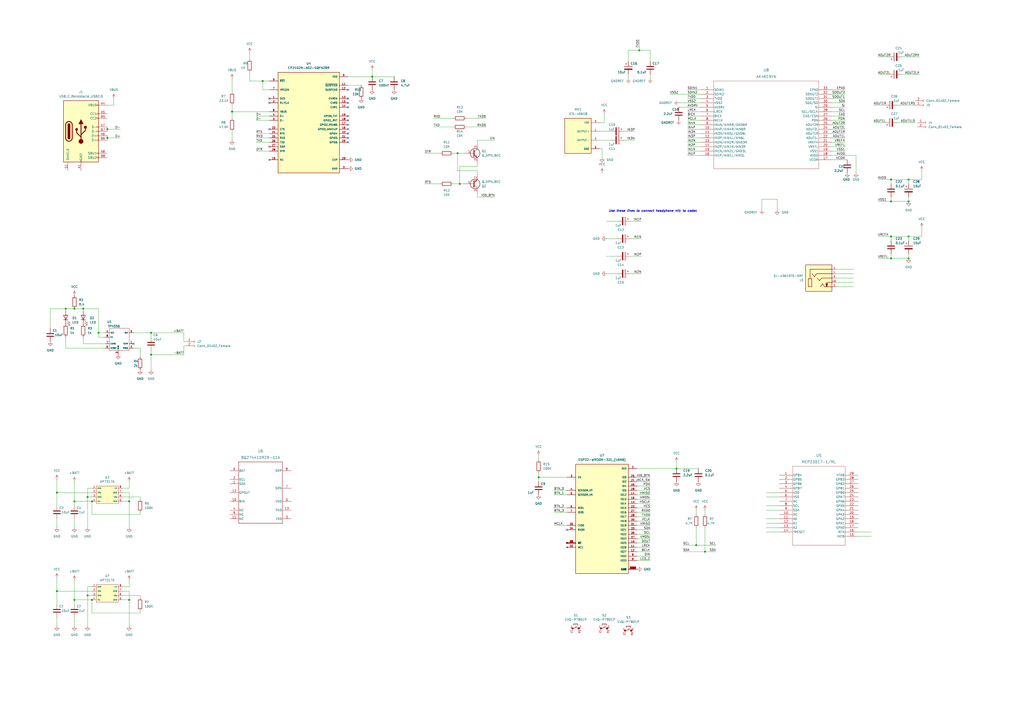
<source format=kicad_sch>
(kicad_sch (version 20211123) (generator eeschema)
  (paper "A2")
  (junction (at 43.18 290.83))
  (junction (at 53.34 347.98))
  (junction (at 57.15 193.04))
  (junction (at 392.43 271.78))
  (junction (at 408.94 320.04))
  (junction (at 266.7 106.68))
  (junction (at 527.05 104.14))
  (junction (at 33.02 342.9))
  (junction (at 33.02 285.75))
  (junction (at 87.63 205.74))
  (junction (at 527.05 137.16))
  (junction (at 370.84 29.21))
  (junction (at 215.9 44.45))
  (junction (at 265.43 88.9))
  (junction (at 403.86 316.23))
  (junction (at 74.93 347.98))
  (junction (at 53.34 290.83))
  (junction (at 516.89 116.84))
  (junction (at 527.05 116.84))
  (junction (at 38.1 179.07))
  (junction (at 516.89 104.14))
  (junction (at 62.23 74.93))
  (junction (at 516.89 149.86))
  (junction (at 43.18 347.98))
  (junction (at 527.05 149.86))
  (junction (at 152.4 46.99))
  (junction (at 50.8 345.44))
  (junction (at 43.18 179.07))
  (junction (at 312.42 276.86))
  (junction (at 134.62 64.77))
  (junction (at 48.26 179.07))
  (junction (at 62.23 80.01))
  (junction (at 516.89 137.16))
  (junction (at 74.93 290.83))
  (junction (at 87.63 193.04))
  (junction (at 50.8 288.29))
  (no_connect (at 328.93 307.34))
  (no_connect (at 77.47 199.39))
  (no_connect (at 201.93 52.07))
  (no_connect (at 201.93 80.01))
  (no_connect (at 201.93 74.93))
  (no_connect (at 201.93 72.39))
  (no_connect (at 201.93 69.85))
  (no_connect (at 201.93 77.47))
  (no_connect (at 201.93 67.31))
  (no_connect (at 201.93 57.15))
  (no_connect (at 201.93 62.23))
  (no_connect (at 201.93 59.69))
  (no_connect (at 201.93 82.55))
  (no_connect (at 156.21 85.09))
  (no_connect (at 156.21 57.15))
  (no_connect (at 156.21 59.69))
  (no_connect (at 156.21 74.93))
  (wire (pts (xy 506.73 60.96) (xy 513.08 60.96)))
  (wire (pts (xy 354.33 76.2) (xy 347.98 76.2)))
  (wire (pts (xy 266.7 96.52) (xy 266.7 106.68)))
  (wire (pts (xy 452.12 288.29) (xy 444.5 288.29)))
  (wire (pts (xy 48.26 195.58) (xy 48.26 199.39)))
  (wire (pts (xy 265.43 88.9) (xy 269.24 88.9)))
  (wire (pts (xy 43.18 290.83) (xy 53.34 290.83)))
  (wire (pts (xy 452.12 285.75) (xy 444.5 285.75)))
  (wire (pts (xy 50.8 288.29) (xy 53.34 288.29)))
  (wire (pts (xy 516.89 137.16) (xy 527.05 137.16)))
  (wire (pts (xy 452.12 306.07) (xy 444.5 306.07)))
  (wire (pts (xy 482.6 64.77) (xy 490.22 64.77)))
  (wire (pts (xy 57.15 193.04) (xy 60.96 193.04)))
  (wire (pts (xy 377.19 322.58) (xy 369.57 322.58)))
  (wire (pts (xy 276.86 99.06) (xy 265.43 99.06)))
  (wire (pts (xy 358.14 128.27) (xy 351.79 128.27)))
  (wire (pts (xy 358.14 138.43) (xy 351.79 138.43)))
  (wire (pts (xy 393.7 62.23) (xy 406.4 62.23)))
  (wire (pts (xy 482.6 52.07) (xy 490.22 52.07)))
  (wire (pts (xy 450.85 115.57) (xy 450.85 121.92)))
  (wire (pts (xy 377.19 314.96) (xy 369.57 314.96)))
  (wire (pts (xy 87.63 203.2) (xy 87.63 205.74)))
  (wire (pts (xy 369.57 302.26) (xy 377.19 302.26)))
  (wire (pts (xy 406.4 72.39) (xy 398.78 72.39)))
  (wire (pts (xy 396.24 316.23) (xy 403.86 316.23)))
  (wire (pts (xy 372.11 138.43) (xy 365.76 138.43)))
  (wire (pts (xy 516.89 149.86) (xy 527.05 149.86)))
  (wire (pts (xy 406.4 67.31) (xy 398.78 67.31)))
  (wire (pts (xy 482.6 87.63) (xy 490.22 87.63)))
  (wire (pts (xy 369.57 304.8) (xy 377.19 304.8)))
  (wire (pts (xy 50.8 288.29) (xy 50.8 306.07)))
  (wire (pts (xy 516.89 147.32) (xy 516.89 149.86)))
  (wire (pts (xy 527.05 137.16) (xy 527.05 139.7)))
  (wire (pts (xy 516.89 104.14) (xy 527.05 104.14)))
  (wire (pts (xy 509.27 33.02) (xy 515.62 33.02)))
  (wire (pts (xy 377.19 279.4) (xy 369.57 279.4)))
  (wire (pts (xy 33.02 278.13) (xy 33.02 285.75)))
  (wire (pts (xy 482.6 57.15) (xy 490.22 57.15)))
  (wire (pts (xy 312.42 276.86) (xy 312.42 279.4)))
  (wire (pts (xy 43.18 336.55) (xy 43.18 347.98)))
  (wire (pts (xy 393.7 59.69) (xy 406.4 59.69)))
  (wire (pts (xy 62.23 60.96) (xy 66.04 60.96)))
  (wire (pts (xy 276.86 83.82) (xy 276.86 81.28)))
  (wire (pts (xy 106.68 200.66) (xy 107.95 200.66)))
  (wire (pts (xy 527.05 116.84) (xy 527.05 114.3)))
  (wire (pts (xy 377.19 307.34) (xy 369.57 307.34)))
  (wire (pts (xy 62.23 73.66) (xy 62.23 74.93)))
  (wire (pts (xy 156.21 69.85) (xy 148.59 69.85)))
  (wire (pts (xy 43.18 363.22) (xy 43.18 358.14)))
  (wire (pts (xy 38.1 201.93) (xy 60.96 201.93)))
  (wire (pts (xy 441.96 121.92) (xy 441.96 115.57)))
  (wire (pts (xy 50.8 340.36) (xy 50.8 345.44)))
  (wire (pts (xy 77.47 201.93) (xy 81.28 201.93)))
  (wire (pts (xy 523.24 43.18) (xy 533.4 43.18)))
  (wire (pts (xy 134.62 76.2) (xy 134.62 81.28)))
  (wire (pts (xy 43.18 350.52) (xy 43.18 347.98)))
  (wire (pts (xy 33.02 342.9) (xy 53.34 342.9)))
  (wire (pts (xy 71.12 285.75) (xy 74.93 285.75)))
  (wire (pts (xy 441.96 115.57) (xy 450.85 115.57)))
  (wire (pts (xy 81.28 298.45) (xy 53.34 298.45)))
  (wire (pts (xy 516.89 104.14) (xy 516.89 106.68)))
  (wire (pts (xy 482.6 90.17) (xy 496.57 90.17)))
  (wire (pts (xy 60.96 195.58) (xy 57.15 195.58)))
  (wire (pts (xy 408.94 295.91) (xy 408.94 298.45)))
  (wire (pts (xy 53.34 355.6) (xy 53.34 347.98)))
  (wire (pts (xy 388.62 54.61) (xy 406.4 54.61)))
  (wire (pts (xy 53.34 340.36) (xy 50.8 340.36)))
  (wire (pts (xy 62.23 78.74) (xy 62.23 80.01)))
  (wire (pts (xy 485.14 158.75) (xy 495.3 158.75)))
  (wire (pts (xy 534.67 137.16) (xy 534.67 132.08)))
  (wire (pts (xy 527.05 104.14) (xy 534.67 104.14)))
  (wire (pts (xy 369.57 320.04) (xy 377.19 320.04)))
  (wire (pts (xy 66.04 60.96) (xy 66.04 57.15)))
  (wire (pts (xy 33.02 335.28) (xy 33.02 342.9)))
  (wire (pts (xy 33.02 306.07) (xy 33.02 300.99)))
  (wire (pts (xy 509.27 149.86) (xy 516.89 149.86)))
  (wire (pts (xy 406.4 82.55) (xy 398.78 82.55)))
  (wire (pts (xy 62.23 74.93) (xy 62.23 76.2)))
  (wire (pts (xy 270.51 73.66) (xy 281.94 73.66)))
  (wire (pts (xy 50.8 283.21) (xy 50.8 288.29)))
  (wire (pts (xy 50.8 345.44) (xy 53.34 345.44)))
  (wire (pts (xy 482.6 85.09) (xy 490.22 85.09)))
  (wire (pts (xy 43.18 306.07) (xy 43.18 300.99)))
  (wire (pts (xy 134.62 64.77) (xy 156.21 64.77)))
  (wire (pts (xy 482.6 69.85) (xy 490.22 69.85)))
  (wire (pts (xy 81.28 354.33) (xy 81.28 355.6)))
  (wire (pts (xy 482.6 92.71) (xy 491.49 92.71)))
  (wire (pts (xy 71.12 283.21) (xy 74.93 283.21)))
  (wire (pts (xy 369.57 287.02) (xy 377.19 287.02)))
  (wire (pts (xy 408.94 320.04) (xy 415.29 320.04)))
  (wire (pts (xy 369.57 284.48) (xy 377.19 284.48)))
  (wire (pts (xy 328.93 287.02) (xy 321.31 287.02)))
  (wire (pts (xy 452.12 293.37) (xy 444.5 293.37)))
  (wire (pts (xy 71.12 347.98) (xy 74.93 347.98)))
  (wire (pts (xy 406.4 85.09) (xy 398.78 85.09)))
  (wire (pts (xy 156.21 67.31) (xy 148.59 67.31)))
  (wire (pts (xy 53.34 283.21) (xy 50.8 283.21)))
  (wire (pts (xy 377.19 35.56) (xy 377.19 29.21)))
  (wire (pts (xy 134.62 64.77) (xy 134.62 68.58)))
  (wire (pts (xy 377.19 29.21) (xy 370.84 29.21)))
  (wire (pts (xy 506.73 71.12) (xy 513.08 71.12)))
  (wire (pts (xy 152.4 46.99) (xy 144.78 46.99)))
  (wire (pts (xy 106.68 205.74) (xy 106.68 200.66)))
  (wire (pts (xy 33.02 285.75) (xy 53.34 285.75)))
  (wire (pts (xy 201.93 44.45) (xy 215.9 44.45)))
  (wire (pts (xy 276.86 81.28) (xy 287.02 81.28)))
  (wire (pts (xy 74.93 290.83) (xy 74.93 306.07)))
  (wire (pts (xy 372.11 148.59) (xy 365.76 148.59)))
  (wire (pts (xy 392.43 271.78) (xy 405.13 271.78)))
  (wire (pts (xy 38.1 179.07) (xy 38.1 180.34)))
  (wire (pts (xy 377.19 325.12) (xy 369.57 325.12)))
  (wire (pts (xy 377.19 276.86) (xy 369.57 276.86)))
  (wire (pts (xy 71.12 340.36) (xy 74.93 340.36)))
  (wire (pts (xy 262.89 106.68) (xy 266.7 106.68)))
  (wire (pts (xy 452.12 295.91) (xy 444.5 295.91)))
  (wire (pts (xy 369.57 297.18) (xy 377.19 297.18)))
  (wire (pts (xy 251.46 68.58) (xy 262.89 68.58)))
  (wire (pts (xy 251.46 73.66) (xy 262.89 73.66)))
  (wire (pts (xy 43.18 347.98) (xy 53.34 347.98)))
  (wire (pts (xy 370.84 29.21) (xy 364.49 29.21)))
  (wire (pts (xy 369.57 271.78) (xy 392.43 271.78)))
  (wire (pts (xy 81.28 288.29) (xy 71.12 288.29)))
  (wire (pts (xy 358.14 148.59) (xy 351.79 148.59)))
  (wire (pts (xy 482.6 72.39) (xy 490.22 72.39)))
  (wire (pts (xy 354.33 81.28) (xy 347.98 81.28)))
  (wire (pts (xy 71.12 342.9) (xy 74.93 342.9)))
  (wire (pts (xy 69.85 80.01) (xy 62.23 80.01)))
  (wire (pts (xy 87.63 205.74) (xy 87.63 214.63)))
  (wire (pts (xy 349.25 86.36) (xy 349.25 91.44)))
  (wire (pts (xy 69.85 74.93) (xy 62.23 74.93)))
  (wire (pts (xy 276.86 114.3) (xy 287.02 114.3)))
  (wire (pts (xy 33.02 342.9) (xy 33.02 350.52)))
  (wire (pts (xy 403.86 316.23) (xy 415.29 316.23)))
  (wire (pts (xy 505.46 308.61) (xy 497.84 308.61)))
  (wire (pts (xy 81.28 297.18) (xy 81.28 298.45)))
  (wire (pts (xy 377.19 317.5) (xy 369.57 317.5)))
  (wire (pts (xy 509.27 137.16) (xy 516.89 137.16)))
  (wire (pts (xy 369.57 312.42) (xy 377.19 312.42)))
  (wire (pts (xy 87.63 205.74) (xy 106.68 205.74)))
  (wire (pts (xy 81.28 346.71) (xy 81.28 345.44)))
  (wire (pts (xy 482.6 62.23) (xy 490.22 62.23)))
  (wire (pts (xy 350.52 71.12) (xy 350.52 66.04)))
  (wire (pts (xy 482.6 74.93) (xy 490.22 74.93)))
  (wire (pts (xy 276.86 96.52) (xy 266.7 96.52)))
  (wire (pts (xy 485.14 163.83) (xy 495.3 163.83)))
  (wire (pts (xy 377.19 281.94) (xy 369.57 281.94)))
  (wire (pts (xy 527.05 104.14) (xy 527.05 106.68)))
  (wire (pts (xy 156.21 46.99) (xy 152.4 46.99)))
  (wire (pts (xy 516.89 114.3) (xy 516.89 116.84)))
  (wire (pts (xy 74.93 340.36) (xy 74.93 336.55)))
  (wire (pts (xy 505.46 311.15) (xy 497.84 311.15)))
  (wire (pts (xy 328.93 294.64) (xy 321.31 294.64)))
  (wire (pts (xy 485.14 156.21) (xy 495.3 156.21)))
  (wire (pts (xy 482.6 54.61) (xy 490.22 54.61)))
  (wire (pts (xy 482.6 59.69) (xy 490.22 59.69)))
  (wire (pts (xy 156.21 80.01) (xy 148.59 80.01)))
  (wire (pts (xy 156.21 77.47) (xy 148.59 77.47)))
  (wire (pts (xy 406.4 69.85) (xy 398.78 69.85)))
  (wire (pts (xy 48.26 199.39) (xy 60.96 199.39)))
  (wire (pts (xy 516.89 137.16) (xy 516.89 139.7)))
  (wire (pts (xy 392.43 267.97) (xy 392.43 271.78)))
  (wire (pts (xy 369.57 294.64) (xy 377.19 294.64)))
  (wire (pts (xy 396.24 320.04) (xy 408.94 320.04)))
  (wire (pts (xy 408.94 306.07) (xy 408.94 320.04)))
  (wire (pts (xy 270.51 68.58) (xy 281.94 68.58)))
  (wire (pts (xy 516.89 116.84) (xy 527.05 116.84)))
  (wire (pts (xy 38.1 179.07) (xy 29.21 179.07)))
  (wire (pts (xy 48.26 179.07) (xy 43.18 179.07)))
  (wire (pts (xy 81.28 201.93) (xy 81.28 207.01)))
  (wire (pts (xy 48.26 179.07) (xy 48.26 180.34)))
  (wire (pts (xy 265.43 99.06) (xy 265.43 88.9)))
  (wire (pts (xy 358.14 158.75) (xy 351.79 158.75)))
  (wire (pts (xy 312.42 276.86) (xy 328.93 276.86)))
  (wire (pts (xy 144.78 41.91) (xy 144.78 46.99)))
  (wire (pts (xy 48.26 179.07) (xy 57.15 179.07)))
  (wire (pts (xy 106.68 193.04) (xy 106.68 198.12)))
  (wire (pts (xy 452.12 303.53) (xy 444.5 303.53)))
  (wire (pts (xy 377.19 309.88) (xy 369.57 309.88)))
  (wire (pts (xy 81.28 345.44) (xy 71.12 345.44)))
  (wire (pts (xy 527.05 137.16) (xy 534.67 137.16)))
  (wire (pts (xy 509.27 104.14) (xy 516.89 104.14)))
  (wire (pts (xy 246.38 88.9) (xy 255.27 88.9)))
  (wire (pts (xy 406.4 57.15) (xy 398.78 57.15)))
  (wire (pts (xy 156.21 52.07) (xy 152.4 52.07)))
  (wire (pts (xy 215.9 44.45) (xy 228.6 44.45)))
  (wire (pts (xy 368.3 76.2) (xy 361.95 76.2)))
  (wire (pts (xy 406.4 74.93) (xy 398.78 74.93)))
  (wire (pts (xy 209.55 49.53) (xy 201.93 49.53)))
  (wire (pts (xy 372.11 128.27) (xy 365.76 128.27)))
  (wire (pts (xy 62.23 80.01) (xy 62.23 81.28)))
  (wire (pts (xy 276.86 93.98) (xy 276.86 96.52)))
  (wire (pts (xy 368.3 81.28) (xy 361.95 81.28)))
  (wire (pts (xy 328.93 304.8) (xy 321.31 304.8)))
  (wire (pts (xy 406.4 77.47) (xy 398.78 77.47)))
  (wire (pts (xy 276.86 101.6) (xy 276.86 99.06)))
  (wire (pts (xy 33.02 363.22) (xy 33.02 358.14)))
  (wire (pts (xy 246.38 106.68) (xy 255.27 106.68)))
  (wire (pts (xy 406.4 80.01) (xy 398.78 80.01)))
  (wire (pts (xy 57.15 193.04) (xy 57.15 179.07)))
  (wire (pts (xy 77.47 193.04) (xy 87.63 193.04)))
  (wire (pts (xy 369.57 292.1) (xy 377.19 292.1)))
  (wire (pts (xy 406.4 64.77) (xy 398.78 64.77)))
  (wire (pts (xy 527.05 149.86) (xy 527.05 147.32)))
  (wire (pts (xy 74.93 347.98) (xy 74.93 363.22)))
  (wire (pts (xy 74.93 285.75) (xy 74.93 290.83)))
  (wire (pts (xy 372.11 158.75) (xy 365.76 158.75)))
  (wire (pts (xy 370.84 22.86) (xy 370.84 29.21)))
  (wire (pts (xy 452.12 308.61) (xy 444.5 308.61)))
  (wire (pts (xy 74.93 342.9) (xy 74.93 347.98)))
  (wire (pts (xy 50.8 345.44) (xy 50.8 363.22)))
  (wire (pts (xy 520.7 60.96) (xy 530.86 60.96)))
  (wire (pts (xy 406.4 87.63) (xy 398.78 87.63)))
  (wire (pts (xy 482.6 67.31) (xy 490.22 67.31)))
  (wire (pts (xy 534.67 104.14) (xy 534.67 99.06)))
  (wire (pts (xy 71.12 290.83) (xy 74.93 290.83)))
  (wire (pts (xy 144.78 34.29) (xy 144.78 30.48)))
  (wire (pts (xy 33.02 285.75) (xy 33.02 293.37)))
  (wire (pts (xy 482.6 77.47) (xy 490.22 77.47)))
  (wire (pts (xy 377.19 43.18) (xy 377.19 45.72)))
  (wire (pts (xy 509.27 116.84) (xy 516.89 116.84)))
  (wire (pts (xy 496.57 90.17) (xy 496.57 100.33)))
  (wire (pts (xy 74.93 283.21) (xy 74.93 279.4)))
  (wire (pts (xy 87.63 193.04) (xy 106.68 193.04)))
  (wire (pts (xy 347.98 71.12) (xy 350.52 71.12)))
  (wire (pts (xy 452.12 300.99) (xy 444.5 300.99)))
  (wire (pts (xy 485.14 161.29) (xy 495.3 161.29)))
  (wire (pts (xy 38.1 195.58) (xy 38.1 201.93)))
  (wire (pts (xy 369.57 289.56) (xy 377.19 289.56)))
  (wire (pts (xy 57.15 195.58) (xy 57.15 193.04)))
  (wire (pts (xy 215.9 40.64) (xy 215.9 44.45)))
  (wire (pts (xy 364.49 29.21) (xy 364.49 35.56)))
  (wire (pts (xy 364.49 43.18) (xy 364.49 45.72)))
  (wire (pts (xy 406.4 52.07) (xy 398.78 52.07)))
  (wire (pts (xy 509.27 43.18) (xy 515.62 43.18)))
  (wire (pts (xy 482.6 80.01) (xy 490.22 80.01)))
  (wire (pts (xy 266.7 106.68) (xy 269.24 106.68)))
  (wire (pts (xy 156.21 87.63) (xy 148.59 87.63)))
  (wire (pts (xy 152.4 46.99) (xy 152.4 52.07)))
  (wire (pts (xy 347.98 86.36) (xy 349.25 86.36)))
  (wire (pts (xy 328.93 284.48) (xy 321.31 284.48)))
  (wire (pts (xy 520.7 71.12) (xy 530.86 71.12)))
  (wire (pts (xy 312.42 266.7) (xy 312.42 264.16)))
  (wire (pts (xy 262.89 88.9) (xy 265.43 88.9)))
  (wire (pts (xy 29.21 179.07) (xy 29.21 190.5)))
  (wire (pts (xy 43.18 179.07) (xy 38.1 179.07)))
  (wire (pts (xy 328.93 297.18) (xy 321.31 297.18)))
  (wire (pts (xy 276.86 111.76) (xy 276.86 114.3)))
  (wire (pts (xy 81.28 289.56) (xy 81.28 288.29)))
  (wire (pts (xy 53.34 298.45) (xy 53.34 290.83)))
  (wire (pts (xy 485.14 166.37) (xy 495.3 166.37)))
  (wire (pts (xy 87.63 193.04) (xy 87.63 195.58)))
  (wire (pts (xy 106.68 198.12) (xy 107.95 198.12)))
  (wire (pts (xy 406.4 90.17) (xy 398.78 90.17)))
  (wire (pts (xy 523.24 33.02) (xy 533.4 33.02)))
  (wire (pts (xy 43.18 279.4) (xy 43.18 290.83)))
  (wire (pts (xy 312.42 274.32) (xy 312.42 276.86)))
  (wire (pts (xy 134.62 60.96) (xy 134.62 64.77)))
  (wire (pts (xy 403.86 306.07) (xy 403.86 316.23)))
  (wire (pts (xy 43.18 293.37) (xy 43.18 290.83)))
  (wire (pts (xy 156.21 82.55) (xy 148.59 82.55)))
  (wire (pts (xy 403.86 295.91) (xy 403.86 298.45)))
  (wire (pts (xy 81.28 355.6) (xy 53.34 355.6)))
  (wire (pts (xy 482.6 82.55) (xy 490.22 82.55)))
  (wire (pts (xy 369.57 299.72) (xy 377.19 299.72)))
  (wire (pts (xy 134.62 45.72) (xy 134.62 53.34)))
  (text "Use these lines to connect headphone mic to codec" (at 353.06 123.19 0) (effects (font (size 1.27 1.27) (thickness 0.254) bold italic) (justify left bottom)))
  (label "AOUT1L" (at 490.22 80.01 180))
  (label "AOUT2L" (at 490.22 74.93 180))
  (label "VREFL" (at 509.27 149.86 0))
  (label "VREFH" (at 509.27 137.16 0))
  (label "BTN_0" (at 321.31 284.48 0))
  (label "IN2P" (at 398.78 85.09 0))
  (label "IN4N" (at 398.78 72.39 0))
  (label "VSS1" (at 509.27 116.84 0))
  (label "LRCK" (at 377.19 317.5 180))
  (label "SDOUT1" (at 490.22 57.15 180))
  (label "VCLK" (at 377.19 302.26 180))
  (label "IN1P" (at 398.78 90.17 0))
  (label "RXD0" (at 377.19 297.18 180))
  (label "IO0_BTN" (at 377.19 276.86 180))
  (label "SDIN2" (at 398.78 54.61 0))
  (label "AOUT2RH" (at 533.4 33.02 180))
  (label "LRCK" (at 398.78 64.77 0))
  (label "SDA" (at 415.29 320.04 180))
  (label "IN3N" (at 368.3 81.28 180))
  (label "SI" (at 490.22 62.23 180))
  (label "SDA" (at 490.22 59.69 180))
  (label "VREFL" (at 490.22 85.09 180))
  (label "IO0_BTN" (at 287.02 114.3 180))
  (label "RTS" (at 148.59 77.47 0))
  (label "TVDD" (at 370.84 22.86 270))
  (label "EPAD" (at 490.22 52.07 180))
  (label "AOUT1LS" (at 530.86 71.12 180))
  (label "SDIN1" (at 398.78 52.07 0))
  (label "PDN" (at 490.22 69.85 180))
  (label "AOUT1R" (at 506.73 60.96 0))
  (label "AOUT2L" (at 509.27 43.18 0))
  (label "IN2N" (at 398.78 82.55 0))
  (label "AOUT2R" (at 509.27 33.02 0))
  (label "EN" (at 287.02 81.28 180))
  (label "BTN_3" (at 321.31 297.18 0))
  (label "IN4P" (at 398.78 74.93 0))
  (label "TXD" (at 148.59 82.55 0))
  (label "SCL" (at 490.22 64.77 180))
  (label "RXD" (at 148.59 80.01 0))
  (label "IN3N" (at 398.78 77.47 0))
  (label "AOUT1RS" (at 530.86 60.96 180))
  (label "IN1N" (at 372.11 138.43 180))
  (label "SDA" (at 377.19 307.34 180))
  (label "IN3P" (at 368.3 76.2 180))
  (label "MCLK" (at 398.78 69.85 0))
  (label "AVDRV" (at 398.78 62.23 0))
  (label "IN2P" (at 372.11 148.59 180))
  (label "HMISO" (at 377.19 287.02 180))
  (label "VMISO" (at 377.19 304.8 180))
  (label "AOUT1L" (at 506.73 71.12 0))
  (label "AOUT2R" (at 490.22 72.39 180))
  (label "D+" (at 69.85 80.01 180))
  (label "HSCLK" (at 377.19 292.1 180))
  (label "AVDD" (at 509.27 104.14 0))
  (label "SCL" (at 377.19 309.88 180))
  (label "AOUT2LH" (at 533.4 43.18 180))
  (label "+BATT" (at 106.68 193.04 180))
  (label "VCS" (at 377.19 284.48 180))
  (label "IN1N" (at 398.78 87.63 0))
  (label "RXD" (at 251.46 68.58 0))
  (label "JACK_SW" (at 377.19 279.4 180))
  (label "TVDD" (at 398.78 57.15 0))
  (label "BCLK" (at 377.19 320.04 180))
  (label "RTS" (at 246.38 106.68 0))
  (label "MCLK" (at 321.31 304.8 0))
  (label "HMOSI" (at 377.19 289.56 180))
  (label "VMOSI" (at 377.19 312.42 180))
  (label "DTR" (at 246.38 88.9 0))
  (label "DIN" (at 377.19 322.58 180))
  (label "TXD0" (at 377.19 299.72 180))
  (label "VSS1" (at 490.22 87.63 180))
  (label "BTN_2" (at 321.31 294.64 0))
  (label "D-" (at 148.59 69.85 0))
  (label "TXD" (at 251.46 73.66 0))
  (label "RXD0" (at 281.94 73.66 180))
  (label "IN2N" (at 372.11 158.75 180))
  (label "D+" (at 148.59 67.31 0))
  (label "AVDD" (at 490.22 90.17 180))
  (label "LED_C" (at 377.19 325.12 180))
  (label "SCL" (at 396.24 316.23 0))
  (label "CAD" (at 490.22 67.31 180))
  (label "D-" (at 69.85 74.93 180))
  (label "VSS2" (at 398.78 59.69 0))
  (label "BICK" (at 398.78 67.31 0))
  (label "VCOM" (at 490.22 92.71 180))
  (label "VSS2" (at 388.62 54.61 0))
  (label "VREFH" (at 490.22 82.55 180))
  (label "DTR" (at 148.59 87.63 0))
  (label "IN3P" (at 398.78 80.01 0))
  (label "AOUT1R" (at 490.22 77.47 180))
  (label "IN1P" (at 372.11 128.27 180))
  (label "SDA" (at 396.24 320.04 0))
  (label "PDN" (at 377.19 281.94 180))
  (label "-BATT" (at 106.68 205.74 180))
  (label "TXD0" (at 281.94 68.58 180))
  (label "DOUT" (at 377.19 314.96 180))
  (label "SCL" (at 415.29 316.23 180))
  (label "HCS" (at 377.19 294.64 180))
  (label "SDOUT2" (at 490.22 54.61 180))
  (label "BTN_1" (at 321.31 287.02 0))
  (symbol (lib_id "power:GND") (at 369.57 330.2 90) (unit 1)
    (property "Reference" "#PWR041" (effects hide))
    (property "Value" "GND" (at 373.38 330.1999 90) (effects (justify right)))
  )
  (symbol (lib_id "power:VCC") (at 33.02 335.28 0) (unit 1)
    (property "Reference" "#PWR?" (effects hide))
    (property "Value" "VCC" (at 33.02 330.2 0))
  )
  (symbol (lib_id "power:GND") (at 349.25 91.44 0) (unit 1)
    (property "Reference" "#PWR032" (effects hide))
    (property "Value" "GND" (at 351.79 92.7099 0) (effects (justify left)))
  )
  (symbol (lib_id "Device:C") (at 215.9 48.26 180) (unit 1)
    (property "Reference" "C7" (at 219.71 46.99 0) (effects (justify right)))
    (property "Value" "100nF" (at 219.71 49.53 0) (effects (justify right)))
    (property "Footprint" "Capacitor_SMD:C_0805_2012Metric" (effects hide))
  )
  (symbol (lib_id "Device:C_Polarized") (at 527.05 143.51 0) (unit 1)
    (property "Reference" "C29" (at 529.59 138.43 0) (effects (justify left)))
    (property "Value" "10uF" (at 529.59 140.97 0) (effects (justify left)))
    (property "Footprint" "Capacitor_SMD:C_0805_2012Metric" (effects hide))
  )
  (symbol (lib_id "Device:R") (at 408.94 302.26 0) (unit 1)
    (property "Reference" "R?" (at 411.48 300.99 0) (effects (justify left)))
    (property "Value" "4.7K" (at 410.21 303.53 0) (effects (justify left)))
    (property "Footprint" "Resistor_SMD:R_0805_2012Metric" (effects hide))
  )
  (symbol (lib_id "Connector:Conn_01x02_Female") (at 537.21 71.12 0) (unit 1)
    (property "Reference" "J4" (at 538.48 71.1199 0) (effects (justify left)))
    (property "Value" "Conn_01x02_Female" (at 538.48 73.6599 0) (effects (justify left)))
  )
  (symbol (lib_id "Device:R") (at 81.28 293.37 0) (unit 1)
    (property "Reference" "R5" (at 83.82 292.0999 0) (effects (justify left)))
    (property "Value" "100K" (at 83.82 294.6399 0) (effects (justify left)))
    (property "Footprint" "Resistor_SMD:R_0805_2012Metric" (effects hide))
  )
  (symbol (lib_id "Device:R") (at 259.08 106.68 90) (unit 1)
    (property "Reference" "R12" (at 259.08 110.49 90))
    (property "Value" "10K" (at 259.08 113.03 90))
    (property "Footprint" "Resistor_SMD:R_0805_2012Metric" (effects hide))
  )
  (symbol (lib_id "Device:C") (at 491.49 96.52 180) (unit 1)
    (property "Reference" "C21" (at 486.41 96.52 0) (effects (justify right)))
    (property "Value" "2.2uF" (at 483.87 99.06 0) (effects (justify right)))
    (property "Footprint" "Capacitor_SMD:C_0805_2012Metric" (effects hide))
  )
  (symbol (lib_id "Device:C") (at 33.02 297.18 180) (unit 1)
    (property "Reference" "C2" (at 34.29 294.64 0) (effects (justify right)))
    (property "Value" "10uF" (at 35.56 297.18 0) (effects (justify right)))
    (property "Footprint" "Capacitor_Tantalum_SMD:CP_EIA-2012-15_AVX-P" (effects hide))
  )
  (symbol (lib_id "AP7217A:AP7217A") (at 59.69 289.56 0) (unit 1)
    (property "Reference" "U2" (at 62.23 276.86 0))
    (property "Value" "AP7217A" (at 62.23 279.4 0))
    (property "Footprint" "AP7217A:SOIC127P600X175-8N" (effects hide))
  )
  (symbol (lib_id "Device:LED") (at 48.26 184.15 90) (unit 1)
    (property "Reference" "D2" (at 52.07 184.4674 90) (effects (justify right)))
    (property "Value" "LED" (at 52.07 187.0074 90) (effects (justify right)))
  )
  (symbol (lib_id "power:VCC") (at 392.43 267.97 0) (unit 1)
    (property "Reference" "#PWR042" (effects hide))
    (property "Value" "VCC" (at 392.43 262.89 0))
  )
  (symbol (lib_id "power:GND") (at 209.55 57.15 0) (unit 1)
    (property "Reference" "#PWR026" (effects hide))
    (property "Value" "GND" (at 209.55 62.23 0))
  )
  (symbol (lib_id "power:VCC") (at 312.42 264.16 0) (unit 1)
    (property "Reference" "#PWR030" (effects hide))
    (property "Value" "VCC" (at 312.42 259.08 0))
  )
  (symbol (lib_id "Device:C") (at 43.18 297.18 180) (unit 1)
    (property "Reference" "C4" (at 44.45 294.64 0) (effects (justify right)))
    (property "Value" "1uF" (at 45.72 297.18 0) (effects (justify right)))
    (property "Footprint" "Capacitor_SMD:C_0805_2012Metric" (effects hide))
  )
  (symbol (lib_id "CP2102N-A02-GQFN28R:CP2102N-A02-GQFN28R") (at 179.07 69.85 0) (unit 1)
    (property "Reference" "U4" (at 179.07 36.83 0))
    (property "Value" "CP2102N-A02-GQFN28R" (at 179.07 39.37 0))
    (property "Footprint" "CP2102N-A02-GQFN28R:IC_CP2102N-A02-GQFN28R" (effects hide))
    (property "DigiKey_Part_Number" "336-5890-2-ND" (effects hide))
    (property "MF" "Silicon Labs" (effects hide))
    (property "MAXIMUM_PACKAGE_HEIGHT" "0.8 mm" (effects hide))
    (property "Package" "None" (effects hide))
    (property "Check_prices" "https://www.snapeda.com/parts/CP2102N-A02-GQFN28R/Silicon+Labs/view-part/?ref=eda" (effects hide))
    (property "STANDARD" "Manufacturer Recommendations" (effects hide))
    (property "PARTREV" "1.5" (effects hide))
    (property "SnapEDA_Link" "https://www.snapeda.com/parts/CP2102N-A02-GQFN28R/Silicon+Labs/view-part/?ref=snap" (effects hide))
    (property "MP" "CP2102N-A02-GQFN28R" (effects hide))
    (property "Purchase-URL" "https://www.snapeda.com/api/url_track_click_mouser/?unipart_id=3595518&manufacturer=Silicon Labs&part_name=CP2102N-A02-GQFN28R&search_term=None" (effects hide))
    (property "Description" "\nUSB Bridge, USB to UART USB 2.0 UART Interface 28-QFN (5x5)\n" (effects hide))
    (property "MANUFACTURER" "Silicon Labs" (effects hide))
    (property "SNAPEDA_PN" "CP2102N-A02-GQFN28R" (effects hide))
  )
  (symbol (lib_id "Device:R") (at 134.62 72.39 180) (unit 1)
    (property "Reference" "R8" (at 128.27 71.12 0) (effects (justify right)))
    (property "Value" "47.5K" (at 127 73.66 0) (effects (justify right)))
    (property "Footprint" "Resistor_SMD:R_0805_2012Metric" (effects hide))
  )
  (symbol (lib_id "power:GND") (at 351.79 138.43 270) (unit 1)
    (property "Reference" "#PWR035" (effects hide))
    (property "Value" "GND" (at 347.98 138.4301 90) (effects (justify right)))
  )
  (symbol (lib_id "power:VCC") (at 534.67 99.06 0) (unit 1)
    (property "Reference" "#PWR051" (effects hide))
    (property "Value" "VCC" (at 534.67 93.98 0))
  )
  (symbol (lib_id "Device:C") (at 228.6 48.26 180) (unit 1)
    (property "Reference" "C8" (at 232.41 46.99 0) (effects (justify right)))
    (property "Value" "4.7uF" (at 232.41 49.53 0) (effects (justify right)))
    (property "Footprint" "Capacitor_SMD:C_0805_2012Metric" (effects hide))
  )
  (symbol (lib_id "power:GNDREF") (at 393.7 59.69 270) (unit 1)
    (property "Reference" "#PWR039" (effects hide))
    (property "Value" "GNDREF" (at 389.89 59.6899 90) (effects (justify right)))
  )
  (symbol (lib_id "Device:C") (at 393.7 66.04 180) (unit 1)
    (property "Reference" "C18" (at 389.89 63.5 0) (effects (justify right)))
    (property "Value" "2.2uF" (at 384.81 66.04 0) (effects (justify right)))
    (property "Footprint" "Capacitor_SMD:C_0805_2012Metric" (effects hide))
  )
  (symbol (lib_id "EVQ-P7B01P:EVQ-P7B01P") (at 334.01 364.49 0) (unit 1)
    (property "Reference" "S1" (at 334.01 356.87 0))
    (property "Value" "EVQ-P7B01P" (at 334.01 359.41 0))
    (property "Footprint" "EVQ-P7B01P:EVQ-P7B01P" (effects hide))
    (property "DigiKey_Part_Number" "P16764TR-ND" (effects hide))
    (property "MF" "Panasonic Electronic Components" (effects hide))
    (property "Purchase-URL" "https://www.snapeda.com/api/url_track_click_mouser/?unipart_id=10869826&manufacturer=Panasonic Electronic Components&part_name=EVQ-P7B01P&search_term=None" (effects hide))
    (property "Package" "None" (effects hide))
    (property "SnapEDA_Link" "https://www.snapeda.com/parts/EVQ-P7B01P/Panasonic/view-part/?ref=snap" (effects hide))
    (property "MP" "EVQ-P7B01P" (effects hide))
    (property "Description" "\nTactile Switch SPST-NO Side Actuated Surface Mount, Right Angle\n" (effects hide))
    (property "Check_prices" "https://www.snapeda.com/parts/EVQ-P7B01P/Panasonic/view-part/?ref=eda" (effects hide))
  )
  (symbol (lib_id "power:VBUS") (at 66.04 57.15 0) (unit 1)
    (property "Reference" "#PWR013" (effects hide))
    (property "Value" "VBUS" (at 66.04 52.07 0))
  )
  (symbol (lib_id "Device:C_Polarized") (at 361.95 138.43 270) (unit 1)
    (property "Reference" "C13" (at 358.14 143.51 90) (effects (justify left)))
    (property "Value" "1uF" (at 356.87 140.97 90) (effects (justify left)))
    (property "Footprint" "Capacitor_SMD:C_0805_2012Metric" (effects hide))
  )
  (symbol (lib_id "power:VBUS") (at 134.62 45.72 0) (unit 1)
    (property "Reference" "#PWR021" (effects hide))
    (property "Value" "VBUS" (at 134.62 40.64 0))
  )
  (symbol (lib_id "tp4056:TP4056") (at 55.88 190.5 0) (unit 1)
    (property "Reference" "U1" (at 63.5 186.69 0))
    (property "Value" "TP4056" (at 66.04 189.23 0))
    (property "Footprint" "Package_SO:SOP-8_3.9x4.9mm_P1.27mm" (effects hide))
  )
  (symbol (lib_id "Device:C_Polarized") (at 358.14 81.28 270) (unit 1)
    (property "Reference" "C11" (at 353.06 86.36 90) (effects (justify left)))
    (property "Value" "1uF" (at 353.06 83.82 90) (effects (justify left)))
    (property "Footprint" "Capacitor_SMD:C_0805_2012Metric" (effects hide))
  )
  (symbol (lib_id "Device:R") (at 266.7 73.66 270) (unit 1)
    (property "Reference" "R14" (at 266.7 76.2 90))
    (property "Value" "10K" (at 266.7 78.74 90))
    (property "Footprint" "Resistor_SMD:R_0805_2012Metric" (effects hide))
  )
  (symbol (lib_id "Device:R") (at 38.1 191.77 0) (unit 1)
    (property "Reference" "R1" (at 40.64 190.4999 0) (effects (justify left)))
    (property "Value" "1k" (at 40.64 193.0399 0) (effects (justify left)))
    (property "Footprint" "Resistor_SMD:R_0805_2012Metric" (effects hide))
  )
  (symbol (lib_id "power:GND") (at 405.13 279.4 0) (unit 1)
    (property "Reference" "#PWR044" (effects hide))
    (property "Value" "GND" (at 405.13 284.48 0))
  )
  (symbol (lib_id "power:VCC") (at 215.9 40.64 0) (unit 1)
    (property "Reference" "#PWR027" (effects hide))
    (property "Value" "VCC" (at 215.9 35.56 0))
  )
  (symbol (lib_id "power:GND") (at 29.21 198.12 0) (unit 1)
    (property "Reference" "#PWR01" (effects hide))
    (property "Value" "GND" (at 29.21 203.2 0))
  )
  (symbol (lib_id "BQ27441DRZR_G1A:BQ27441DRZR-G1A") (at 151.13 285.75 0) (unit 1)
    (property "Reference" "U6" (at 151.13 261.62 0) (effects (font (size 1.524 1.524))))
    (property "Value" "BQ27441DRZR-G1A" (at 151.13 265.43 0) (effects (font (size 1.524 1.524))))
    (property "Footprint" "BQ27441DRZR_G1A:Copy of DRZ0012A" (effects hide))
    (property "Datasheet" "BQ27441DRZR-G1A" (effects hide))
  )
  (symbol (lib_id "power:GND") (at 312.42 287.02 0) (unit 1)
    (property "Reference" "#PWR031" (effects hide))
    (property "Value" "GND" (at 312.42 292.1 0))
  )
  (symbol (lib_id "2023-04-28_16-08-41:AK4619VN") (at 406.4 52.07 0) (unit 1)
    (property "Reference" "U8" (at 444.5 40.64 0) (effects (font (size 1.524 1.524))))
    (property "Value" "AK4619VN" (at 444.5 44.45 0) (effects (font (size 1.524 1.524))))
    (property "Footprint" "AK4619VN:AK4619VN_AKM" (effects hide))
    (property "Datasheet" "AK4619VN" (effects hide))
  )
  (symbol (lib_id "Device:C") (at 87.63 199.39 180) (unit 1)
    (property "Reference" "C6" (at 88.9 194.31 0) (effects (justify right)))
    (property "Value" "10uF" (at 88.9 196.85 0) (effects (justify right)))
    (property "Footprint" "Capacitor_SMD:C_0805_2012Metric" (effects hide))
  )
  (symbol (lib_id "Device:R") (at 81.28 350.52 0) (unit 1)
    (property "Reference" "R?" (at 83.82 349.2499 0) (effects (justify left)))
    (property "Value" "100K" (at 83.82 351.7899 0) (effects (justify left)))
    (property "Footprint" "Resistor_SMD:R_0805_2012Metric" (effects hide))
  )
  (symbol (lib_id "power:GND") (at 43.18 306.07 0) (unit 1)
    (property "Reference" "#PWR08" (effects hide))
    (property "Value" "GND" (at 43.18 311.15 0))
  )
  (symbol (lib_id "power:GNDREF") (at 393.7 69.85 0) (unit 1)
    (property "Reference" "#PWR040" (effects hide))
    (property "Value" "GNDREF" (at 383.54 71.12 0) (effects (justify left)))
  )
  (symbol (lib_id "power:+BATT") (at 74.93 279.4 0) (unit 1)
    (property "Reference" "#PWR016" (effects hide))
    (property "Value" "+BATT" (at 74.93 274.32 0))
  )
  (symbol (lib_id "Device:C_Polarized") (at 519.43 33.02 90) (unit 1)
    (property "Reference" "C24" (at 523.24 27.94 90) (effects (justify left)))
    (property "Value" "1uF" (at 524.51 30.48 90) (effects (justify left)))
    (property "Footprint" "Capacitor_SMD:C_0805_2012Metric" (effects hide))
  )
  (symbol (lib_id "Device:C_Polarized") (at 361.95 158.75 270) (unit 1)
    (property "Reference" "C15" (at 358.14 163.83 90) (effects (justify left)))
    (property "Value" "1uF" (at 356.87 161.29 90) (effects (justify left)))
    (property "Footprint" "Capacitor_SMD:C_0805_2012Metric" (effects hide))
  )
  (symbol (lib_id "ICS-40618:ICS-40618") (at 335.28 78.74 0) (unit 1)
    (property "Reference" "MK1" (at 335.28 63.5 0))
    (property "Value" "ICS-40618" (at 335.28 66.04 0))
    (property "Footprint" "ICS-40618:MIC_ICS-40618" (effects hide))
    (property "DigiKey_Part_Number" "1428-1062-2-ND" (effects hide))
    (property "MF" "TDK InvenSense" (effects hide))
    (property "DESCRIPTION" "High SNR Microphone with Differential Output and Low Power Mode" (effects hide))
    (property "PACKAGE" "LGA-5 TDK-InvenSense" (effects hide))
    (property "PRICE" "1.89 USD" (effects hide))
    (property "Package" "None" (effects hide))
    (property "Check_prices" "https://www.snapeda.com/parts/ICS-40618/TDK+InvenSense/view-part/?ref=eda" (effects hide))
    (property "SnapEDA_Link" "https://www.snapeda.com/parts/ICS-40618/TDK+InvenSense/view-part/?ref=snap" (effects hide))
    (property "MP" "ICS-40618" (effects hide))
    (property "Description" "\n50 Hz ~ 20 kHz Analog Microphone MEMS (Silicon) 1.52 V ~ 3.63 V Omnidirectional (-38db ±1dB) Solder Pads\n" (effects hide))
    (property "AVAILABILITY" "Good" (effects hide))
    (property "Purchase-URL" "https://www.snapeda.com/api/url_track_click_mouser/?unipart_id=525364&manufacturer=TDK InvenSense&part_name=ICS-40618&search_term=None" (effects hide))
  )
  (symbol (lib_id "power:GND") (at 527.05 116.84 0) (unit 1)
    (property "Reference" "#PWR049" (effects hide))
    (property "Value" "GND" (at 527.05 121.92 0))
  )
  (symbol (lib_id "Device:C") (at 516.89 110.49 180) (unit 1)
    (property "Reference" "C22" (at 519.43 105.41 0) (effects (justify right)))
    (property "Value" "0.1uF" (at 519.43 107.95 0) (effects (justify right)))
    (property "Footprint" "Capacitor_SMD:C_0805_2012Metric" (effects hide))
  )
  (symbol (lib_id "Device:Q_NPN_BEC") (at 274.32 106.68 0) (mirror x) (unit 1)
    (property "Reference" "Q2" (at 279.4 107.9501 0) (effects (justify left)))
    (property "Value" "Q_NPN_BEC" (at 279.4 105.4101 0) (effects (justify left)))
  )
  (symbol (lib_id "power:+BATT") (at 43.18 279.4 0) (unit 1)
    (property "Reference" "#PWR07" (effects hide))
    (property "Value" "+BATT" (at 43.18 274.32 0))
  )
  (symbol (lib_id "MCP23017_E_ML:MCP23017-E{slash}ML") (at 452.12 275.59 0) (unit 1)
    (property "Reference" "U5" (at 474.98 264.16 0) (effects (font (size 1.524 1.524))))
    (property "Value" "MCP23017-E/ML" (at 474.98 267.97 0) (effects (font (size 1.524 1.524))))
    (property "Footprint" "MCP23017_E_ML:QFN28_6x6MC_MCH" (effects hide))
    (property "Datasheet" "MCP23017-E/ML" (effects hide))
  )
  (symbol (lib_id "Device:R") (at 134.62 57.15 180) (unit 1)
    (property "Reference" "R7" (at 128.27 55.88 0) (effects (justify right)))
    (property "Value" "22.1K" (at 127 58.42 0) (effects (justify right)))
    (property "Footprint" "Resistor_SMD:R_0805_2012Metric" (effects hide))
  )
  (symbol (lib_id "power:GND") (at 74.93 363.22 0) (unit 1)
    (property "Reference" "#PWR?" (effects hide))
    (property "Value" "GND" (at 74.93 368.3 0))
  )
  (symbol (lib_id "Device:R") (at 81.28 210.82 180) (unit 1)
    (property "Reference" "R4" (at 77.47 209.55 0) (effects (justify right)))
    (property "Value" "2k" (at 77.47 212.09 0) (effects (justify right)))
    (property "Footprint" "Resistor_SMD:R_0805_2012Metric" (effects hide))
  )
  (symbol (lib_id "ESP32-WROOM-32E__16MB_:ESP32-WROOM-32E_(16MB)") (at 349.25 302.26 0) (unit 1)
    (property "Reference" "U7" (at 349.25 264.16 0))
    (property "Value" "ESP32-WROOM-32E_(16MB)" (at 349.25 266.7 0))
    (property "Footprint" "ESP32-WROOM-32E__16MB_:XCVR_ESP32-WROOM-32E_(16MB)" (effects hide))
    (property "SnapEDA_Link" "https://www.snapeda.com/parts/ESP32-WROOM-32E%20(16MB)/Espressif+Systems/view-part/?ref=snap" (effects hide))
    (property "MAXIMUM_PACKAGE_HEIGHT" "3.25mm" (effects hide))
    (property "Package" "SMD-44 Espressif Systems" (effects hide))
    (property "Check_prices" "https://www.snapeda.com/parts/ESP32-WROOM-32E%20(16MB)/Espressif+Systems/view-part/?ref=eda" (effects hide))
    (property "STANDARD" "Manufacturer Recommendations" (effects hide))
    (property "PARTREV" "1.4" (effects hide))
    (property "MF" "Espressif Systems" (effects hide))
    (property "MP" "ESP32-WROOM-32E (16MB)" (effects hide))
    (property "Description" "\nBluetooth, WiFi 802.11b/g/n, Bluetooth v4.2 +EDR, Class 1, 2 and 3 Transceiver Module 2.4GHz ~ 2.5GHz Integrated, Trace Surface Mount\n" (effects hide))
    (property "MANUFACTURER" "Espressif Systems" (effects hide))
  )
  (symbol (lib_id "Device:R") (at 209.55 53.34 180) (unit 1)
    (property "Reference" "R10" (at 205.74 52.07 0) (effects (justify right)))
    (property "Value" "10K" (at 204.47 54.61 0) (effects (justify right)))
    (property "Footprint" "Resistor_SMD:R_0805_2012Metric" (effects hide))
  )
  (symbol (lib_id "power:GND") (at 33.02 363.22 0) (unit 1)
    (property "Reference" "#PWR?" (effects hide))
    (property "Value" "GND" (at 33.02 368.3 0))
  )
  (symbol (lib_id "Device:C_Polarized") (at 361.95 128.27 270) (unit 1)
    (property "Reference" "C12" (at 358.14 133.35 90) (effects (justify left)))
    (property "Value" "1uF" (at 356.87 130.81 90) (effects (justify left)))
    (property "Footprint" "Capacitor_SMD:C_0805_2012Metric" (effects hide))
  )
  (symbol (lib_id "Device:R") (at 48.26 191.77 0) (unit 1)
    (property "Reference" "R3" (at 50.8 190.4999 0) (effects (justify left)))
    (property "Value" "1k" (at 50.8 193.0399 0) (effects (justify left)))
    (property "Footprint" "Resistor_SMD:R_0805_2012Metric" (effects hide))
  )
  (symbol (lib_id "Device:C") (at 392.43 275.59 180) (unit 1)
    (property "Reference" "C19" (at 396.24 273.05 0) (effects (justify right)))
    (property "Value" "2.2uF" (at 396.24 275.59 0) (effects (justify right)))
    (property "Footprint" "Capacitor_SMD:C_0805_2012Metric" (effects hide))
  )
  (symbol (lib_id "EVQ-P7B01P:EVQ-P7B01P") (at 364.49 365.76 0) (unit 1)
    (property "Reference" "S3" (at 364.49 358.14 0))
    (property "Value" "EVQ-P7B01P" (at 364.49 360.68 0))
    (property "Footprint" "EVQ-P7B01P:EVQ-P7B01P" (effects hide))
    (property "DigiKey_Part_Number" "P16764TR-ND" (effects hide))
    (property "MF" "Panasonic Electronic Components" (effects hide))
    (property "Purchase-URL" "https://www.snapeda.com/api/url_track_click_mouser/?unipart_id=10869826&manufacturer=Panasonic Electronic Components&part_name=EVQ-P7B01P&search_term=None" (effects hide))
    (property "Package" "None" (effects hide))
    (property "SnapEDA_Link" "https://www.snapeda.com/parts/EVQ-P7B01P/Panasonic/view-part/?ref=snap" (effects hide))
    (property "MP" "EVQ-P7B01P" (effects hide))
    (property "Description" "\nTactile Switch SPST-NO Side Actuated Surface Mount, Right Angle\n" (effects hide))
    (property "Check_prices" "https://www.snapeda.com/parts/EVQ-P7B01P/Panasonic/view-part/?ref=eda" (effects hide))
  )
  (symbol (lib_id "power:GND") (at 50.8 363.22 0) (unit 1)
    (property "Reference" "#PWR?" (effects hide))
    (property "Value" "GND" (at 50.8 368.3 0))
  )
  (symbol (lib_id "Device:C_Polarized") (at 516.89 71.12 90) (unit 1)
    (property "Reference" "C27" (at 520.7 66.04 90) (effects (justify left)))
    (property "Value" "1uF" (at 521.97 68.58 90) (effects (justify left)))
    (property "Footprint" "Capacitor_SMD:C_0805_2012Metric" (effects hide))
  )
  (symbol (lib_id "power:GND") (at 392.43 279.4 0) (unit 1)
    (property "Reference" "#PWR043" (effects hide))
    (property "Value" "GND" (at 392.43 284.48 0))
  )
  (symbol (lib_id "Device:C_Polarized") (at 527.05 110.49 0) (unit 1)
    (property "Reference" "C28" (at 529.59 105.41 0) (effects (justify left)))
    (property "Value" "10uF" (at 529.59 107.95 0) (effects (justify left)))
    (property "Footprint" "Capacitor_SMD:C_0805_2012Metric" (effects hide))
  )
  (symbol (lib_id "Device:Q_NPN_BEC") (at 274.32 88.9 0) (unit 1)
    (property "Reference" "Q1" (at 279.4 87.6299 0) (effects (justify left)))
    (property "Value" "Q_NPN_BEC" (at 279.4 90.1699 0) (effects (justify left)))
  )
  (symbol (lib_id "power:GND") (at 43.18 363.22 0) (unit 1)
    (property "Reference" "#PWR?" (effects hide))
    (property "Value" "GND" (at 43.18 368.3 0))
  )
  (symbol (lib_id "power:GND") (at 201.93 92.71 90) (unit 1)
    (property "Reference" "#PWR024" (effects hide))
    (property "Value" "GND" (at 205.74 92.7099 90) (effects (justify right)))
  )
  (symbol (lib_id "power:GND") (at 74.93 306.07 0) (unit 1)
    (property "Reference" "#PWR017" (effects hide))
    (property "Value" "GND" (at 74.93 311.15 0))
  )
  (symbol (lib_id "EVQ-P7B01P:EVQ-P7B01P") (at 350.52 364.49 0) (unit 1)
    (property "Reference" "S2" (at 350.52 356.87 0))
    (property "Value" "EVQ-P7B01P" (at 350.52 359.41 0))
    (property "Footprint" "EVQ-P7B01P:EVQ-P7B01P" (effects hide))
    (property "DigiKey_Part_Number" "P16764TR-ND" (effects hide))
    (property "MF" "Panasonic Electronic Components" (effects hide))
    (property "Purchase-URL" "https://www.snapeda.com/api/url_track_click_mouser/?unipart_id=10869826&manufacturer=Panasonic Electronic Components&part_name=EVQ-P7B01P&search_term=None" (effects hide))
    (property "Package" "None" (effects hide))
    (property "SnapEDA_Link" "https://www.snapeda.com/parts/EVQ-P7B01P/Panasonic/view-part/?ref=snap" (effects hide))
    (property "MP" "EVQ-P7B01P" (effects hide))
    (property "Description" "\nTactile Switch SPST-NO Side Actuated Surface Mount, Right Angle\n" (effects hide))
    (property "Check_prices" "https://www.snapeda.com/parts/EVQ-P7B01P/Panasonic/view-part/?ref=eda" (effects hide))
  )
  (symbol (lib_id "power:VCC") (at 403.86 295.91 0) (unit 1)
    (property "Reference" "#PWR?" (effects hide))
    (property "Value" "VCC" (at 403.86 290.83 0))
  )
  (symbol (lib_id "Connector:Conn_01x02_Female") (at 113.03 198.12 0) (unit 1)
    (property "Reference" "J2" (at 114.3 198.1199 0) (effects (justify left)))
    (property "Value" "Conn_01x02_Female" (at 114.3 200.6599 0) (effects (justify left)))
  )
  (symbol (lib_id "power:GND") (at 87.63 214.63 0) (unit 1)
    (property "Reference" "#PWR020" (effects hide))
    (property "Value" "GND" (at 87.63 219.71 0))
  )
  (symbol (lib_id "power:VCC") (at 350.52 66.04 0) (unit 1)
    (property "Reference" "#PWR034" (effects hide))
    (property "Value" "VCC" (at 350.52 60.96 0))
  )
  (symbol (lib_id "Device:C_Polarized") (at 519.43 43.18 90) (unit 1)
    (property "Reference" "C25" (at 523.24 38.1 90) (effects (justify left)))
    (property "Value" "1uF" (at 524.51 40.64 90) (effects (justify left)))
    (property "Footprint" "Capacitor_SMD:C_0805_2012Metric" (effects hide))
  )
  (symbol (lib_id "SJ-43615TS-SMT:SJ-43615TS-SMT") (at 474.98 161.29 0) (unit 1)
    (property "Reference" "J3" (at 466.09 162.5601 0) (effects (justify right)))
    (property "Value" "SJ-43615TS-SMT" (at 466.09 160.0201 0) (effects (justify right)))
    (property "Footprint" "SJ-43615TS-SMT:CUI_SJ-43615TS-SMT" (effects hide))
    (property "SnapEDA_Link" "https://www.snapeda.com/parts/SJ-43615TS-SMT/CUI+Devices/view-part/?ref=snap" (effects hide))
    (property "Description" "\n3.50mm (0.141, 1/8, Mini Plug) - Headphone Phone Jack Stereo (4 Conductor, TRRS) Connector Solder\n" (effects hide))
    (property "Package" "None" (effects hide))
    (property "Check_prices" "https://www.snapeda.com/parts/SJ-43615TS-SMT/CUI+Devices/view-part/?ref=eda" (effects hide))
    (property "PART_REV" "1.02" (effects hide))
    (property "STANDARD" "MANUFACTURER RECOMMENDATIONS" (effects hide))
    (property "MF" "CUI Devices" (effects hide))
    (property "MP" "SJ-43615TS-SMT" (effects hide))
    (property "MANUFACTURER" "CUI INC" (effects hide))
  )
  (symbol (lib_id "power:GND") (at 527.05 149.86 0) (unit 1)
    (property "Reference" "#PWR050" (effects hide))
    (property "Value" "GND" (at 527.05 154.94 0))
  )
  (symbol (lib_id "power:GND") (at 491.49 100.33 0) (unit 1)
    (property "Reference" "#PWR047" (effects hide))
    (property "Value" "GND" (at 488.95 104.14 0) (effects (justify left)))
  )
  (symbol (lib_id "Device:C_Polarized") (at 358.14 76.2 270) (unit 1)
    (property "Reference" "C10" (at 353.06 72.39 90) (effects (justify left)))
    (property "Value" "1uF" (at 353.06 74.93 90) (effects (justify left)))
    (property "Footprint" "Capacitor_SMD:C_0805_2012Metric" (effects hide))
  )
  (symbol (lib_id "power:VCC") (at 144.78 30.48 0) (unit 1)
    (property "Reference" "#PWR023" (effects hide))
    (property "Value" "VCC" (at 144.78 25.4 0))
  )
  (symbol (lib_id "power:VCC") (at 33.02 278.13 0) (unit 1)
    (property "Reference" "#PWR02" (effects hide))
    (property "Value" "VCC" (at 33.02 273.05 0))
  )
  (symbol (lib_id "Device:R") (at 43.18 175.26 0) (unit 1)
    (property "Reference" "R2" (at 45.72 173.9899 0) (effects (justify left)))
    (property "Value" "0.4" (at 45.72 176.5299 0) (effects (justify left)))
    (property "Footprint" "Resistor_SMD:R_0805_2012Metric" (effects hide))
  )
  (symbol (lib_id "power:GNDREF") (at 441.96 121.92 0) (unit 1)
    (property "Reference" "#PWR045" (effects hide))
    (property "Value" "GNDREF" (at 431.8 123.19 0) (effects (justify left)))
  )
  (symbol (lib_id "power:GND") (at 496.57 100.33 0) (unit 1)
    (property "Reference" "#PWR048" (effects hide))
    (property "Value" "GND" (at 496.57 104.14 0))
  )
  (symbol (lib_id "Device:C") (at 29.21 194.31 180) (unit 1)
    (property "Reference" "C1" (at 30.48 191.77 0) (effects (justify right)))
    (property "Value" "10uF" (at 31.75 194.31 0) (effects (justify right)))
    (property "Footprint" "Capacitor_SMD:C_0805_2012Metric" (effects hide))
  )
  (symbol (lib_id "Connector:USB_C_Receptacle_USB2.0") (at 46.99 76.2 0) (unit 1)
    (property "Reference" "J1" (at 46.99 53.34 0))
    (property "Value" "USB_C_Receptacle_USB2.0" (at 46.99 55.88 0))
    (property "Footprint" "12402012E212A:12402012E212A_AMP" (effects hide))
    (property "Datasheet" "https://www.usb.org/sites/default/files/documents/usb_type-c.zip" (effects hide))
  )
  (symbol (lib_id "Device:C") (at 43.18 354.33 180) (unit 1)
    (property "Reference" "C?" (at 44.45 351.79 0) (effects (justify right)))
    (property "Value" "1uF" (at 45.72 354.33 0) (effects (justify right)))
    (property "Footprint" "Capacitor_SMD:C_0805_2012Metric" (effects hide))
  )
  (symbol (lib_id "Device:R") (at 144.78 38.1 180) (unit 1)
    (property "Reference" "R9" (at 140.97 36.83 0) (effects (justify right)))
    (property "Value" "1K" (at 139.7 39.37 0) (effects (justify right)))
    (property "Footprint" "Resistor_SMD:R_0805_2012Metric" (effects hide))
  )
  (symbol (lib_id "power:VCC") (at 408.94 295.91 0) (unit 1)
    (property "Reference" "#PWR?" (effects hide))
    (property "Value" "VCC" (at 408.94 290.83 0))
  )
  (symbol (lib_id "Device:C_Polarized") (at 516.89 60.96 90) (unit 1)
    (property "Reference" "C26" (at 520.7 55.88 90) (effects (justify left)))
    (property "Value" "1uF" (at 521.97 58.42 90) (effects (justify left)))
    (property "Footprint" "Capacitor_SMD:C_0805_2012Metric" (effects hide))
  )
  (symbol (lib_id "Device:C_Polarized") (at 361.95 148.59 270) (unit 1)
    (property "Reference" "C14" (at 358.14 153.67 90) (effects (justify left)))
    (property "Value" "1uF" (at 356.87 151.13 90) (effects (justify left)))
    (property "Footprint" "Capacitor_SMD:C_0805_2012Metric" (effects hide))
  )
  (symbol (lib_id "Device:C") (at 377.19 39.37 180) (unit 1)
    (property "Reference" "C17" (at 378.46 36.83 0) (effects (justify right)))
    (property "Value" "0.1uF" (at 369.57 41.91 0) (effects (justify right)))
    (property "Footprint" "Capacitor_SMD:C_0805_2012Metric" (effects hide))
  )
  (symbol (lib_id "power:VCC") (at 349.25 100.33 0) (unit 1)
    (property "Reference" "#PWR033" (effects hide))
    (property "Value" "VCC" (at 349.25 95.25 0))
  )
  (symbol (lib_id "power:+BATT") (at 43.18 336.55 0) (unit 1)
    (property "Reference" "#PWR?" (effects hide))
    (property "Value" "+BATT" (at 43.18 331.47 0))
  )
  (symbol (lib_id "Device:C") (at 405.13 275.59 180) (unit 1)
    (property "Reference" "C20" (at 408.94 273.05 0) (effects (justify right)))
    (property "Value" "0.1uF" (at 408.94 275.59 0) (effects (justify right)))
    (property "Footprint" "Capacitor_SMD:C_0805_2012Metric" (effects hide))
  )
  (symbol (lib_id "power:GND") (at 201.93 97.79 90) (unit 1)
    (property "Reference" "#PWR025" (effects hide))
    (property "Value" "GND" (at 205.74 97.7899 90) (effects (justify right)))
  )
  (symbol (lib_id "power:VCC") (at 534.67 132.08 0) (unit 1)
    (property "Reference" "#PWR052" (effects hide))
    (property "Value" "VCC" (at 534.67 127 0))
  )
  (symbol (lib_id "Device:C") (at 516.89 143.51 180) (unit 1)
    (property "Reference" "C23" (at 519.43 138.43 0) (effects (justify right)))
    (property "Value" "0.1uF" (at 519.43 140.97 0) (effects (justify right)))
    (property "Footprint" "Capacitor_SMD:C_0805_2012Metric" (effects hide))
  )
  (symbol (lib_id "Device:R") (at 403.86 302.26 0) (unit 1)
    (property "Reference" "R?" (at 398.78 300.99 0) (effects (justify left)))
    (property "Value" "4.7K" (at 397.51 303.53 0) (effects (justify left)))
    (property "Footprint" "Resistor_SMD:R_0805_2012Metric" (effects hide))
  )
  (symbol (lib_id "power:GND") (at 351.79 158.75 270) (unit 1)
    (property "Reference" "#PWR036" (effects hide))
    (property "Value" "GND" (at 347.98 158.7501 90) (effects (justify right)))
  )
  (symbol (lib_id "power:+BATT") (at 74.93 336.55 0) (unit 1)
    (property "Reference" "#PWR?" (effects hide))
    (property "Value" "+BATT" (at 74.93 331.47 0))
  )
  (symbol (lib_id "Device:R") (at 266.7 68.58 270) (unit 1)
    (property "Reference" "R13" (at 266.7 62.23 90))
    (property "Value" "10K" (at 266.7 64.77 90))
    (property "Footprint" "Resistor_SMD:R_0805_2012Metric" (effects hide))
  )
  (symbol (lib_id "power:GND") (at 134.62 81.28 0) (unit 1)
    (property "Reference" "#PWR022" (effects hide))
    (property "Value" "GND" (at 134.62 86.36 0))
  )
  (symbol (lib_id "power:GNDREF") (at 377.19 45.72 0) (unit 1)
    (property "Reference" "#PWR038" (effects hide))
    (property "Value" "GNDREF" (at 367.03 46.99 0) (effects (justify left)))
  )
  (symbol (lib_id "Connector:Conn_01x02_Female") (at 535.94 60.96 0) (mirror x) (unit 1)
    (property "Reference" "J5" (at 537.21 60.9601 0) (effects (justify left)))
    (property "Value" "Conn_01x02_Female" (at 537.21 58.4201 0) (effects (justify left)))
  )
  (symbol (lib_id "power:GND") (at 50.8 306.07 0) (unit 1)
    (property "Reference" "#PWR011" (effects hide))
    (property "Value" "GND" (at 50.8 311.15 0))
  )
  (symbol (lib_id "power:GND") (at 81.28 214.63 0) (unit 1)
    (property "Reference" "#PWR015" (effects hide))
    (property "Value" "GND" (at 81.28 219.71 0))
  )
  (symbol (lib_id "Device:R") (at 259.08 88.9 270) (unit 1)
    (property "Reference" "R11" (at 259.08 82.55 90))
    (property "Value" "10K" (at 259.08 85.09 90))
    (property "Footprint" "Resistor_SMD:R_0805_2012Metric" (effects hide))
  )
  (symbol (lib_id "Device:C_Polarized") (at 364.49 39.37 0) (unit 1)
    (property "Reference" "C16" (at 365.76 36.83 0) (effects (justify left)))
    (property "Value" "10uF" (at 358.14 41.91 0) (effects (justify left)))
    (property "Footprint" "Capacitor_SMD:C_0805_2012Metric" (effects hide))
  )
  (symbol (lib_id "AP7217A:AP7217A") (at 59.69 346.71 0) (unit 1)
    (property "Reference" "U?" (at 62.23 334.01 0))
    (property "Value" "AP7217A" (at 62.23 336.55 0))
    (property "Footprint" "AP7217A:SOIC127P600X175-8N" (effects hide))
  )
  (symbol (lib_id "Device:LED") (at 38.1 184.15 90) (unit 1)
    (property "Reference" "D1" (at 41.91 184.4674 90) (effects (justify right)))
    (property "Value" "LED" (at 41.91 187.0074 90) (effects (justify right)))
  )
  (symbol (lib_id "power:GND") (at 33.02 306.07 0) (unit 1)
    (property "Reference" "#PWR03" (effects hide))
    (property "Value" "GND" (at 33.02 311.15 0))
  )
  (symbol (lib_id "power:GND") (at 68.58 205.74 0) (unit 1)
    (property "Reference" "#PWR014" (effects hide))
    (property "Value" "GND" (at 68.58 210.82 0))
  )
  (symbol (lib_id "Device:C") (at 33.02 354.33 180) (unit 1)
    (property "Reference" "C?" (at 34.29 351.79 0) (effects (justify right)))
    (property "Value" "10uF" (at 35.56 354.33 0) (effects (justify right)))
    (property "Footprint" "Capacitor_Tantalum_SMD:CP_EIA-2012-15_AVX-P" (effects hide))
  )
  (symbol (lib_id "power:GNDREF") (at 364.49 45.72 0) (unit 1)
    (property "Reference" "#PWR037" (effects hide))
    (property "Value" "GNDREF" (at 354.33 46.99 0) (effects (justify left)))
  )
  (symbol (lib_id "power:GND") (at 450.85 121.92 0) (unit 1)
    (property "Reference" "#PWR046" (effects hide))
    (property "Value" "GND" (at 453.39 123.1899 0) (effects (justify left)))
  )
  (symbol (lib_id "power:GND") (at 215.9 52.07 0) (unit 1)
    (property "Reference" "#PWR028" (effects hide))
    (property "Value" "GND" (at 215.9 57.15 0))
  )
  (symbol (lib_id "Device:C") (at 312.42 283.21 180) (unit 1)
    (property "Reference" "C9" (at 313.69 280.67 0) (effects (justify right)))
    (property "Value" "1uF" (at 306.07 285.75 0) (effects (justify right)))
    (property "Footprint" "Capacitor_SMD:C_0805_2012Metric" (effects hide))
  )
  (symbol (lib_id "power:VCC") (at 43.18 171.45 0) (unit 1)
    (property "Reference" "#PWR06" (effects hide))
    (property "Value" "VCC" (at 43.18 166.37 0))
  )
  (symbol (lib_id "power:GND") (at 228.6 52.07 0) (unit 1)
    (property "Reference" "#PWR029" (effects hide))
    (property "Value" "GND" (at 228.6 57.15 0))
  )
  (symbol (lib_id "Device:R") (at 312.42 270.51 0) (unit 1)
    (property "Reference" "R15" (at 314.96 269.2399 0) (effects (justify left)))
    (property "Value" "100K" (at 314.96 271.7799 0) (effects (justify left)))
    (property "Footprint" "Resistor_SMD:R_0805_2012Metric" (effects hide))
  )
)
</source>
